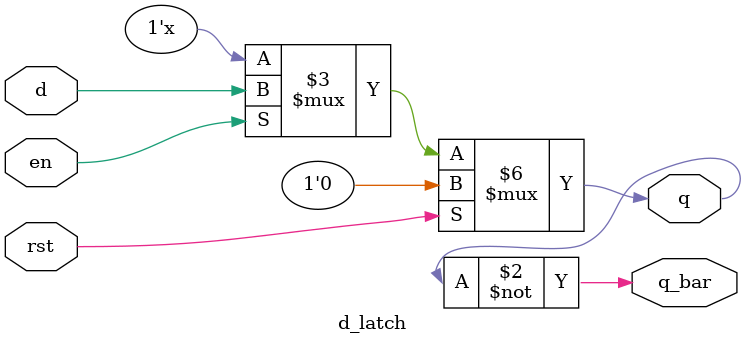
<source format=v>
`timescale 1ns / 1ps

module d_latch(d,en,rst,q,q_bar);
input d,en,rst;
output reg q;
output q_bar;

always@(*)
begin

if(rst) 
q <= 0;
else begin
if(en) 
q <= d;
end

end

assign q_bar=~q;

endmodule

</source>
